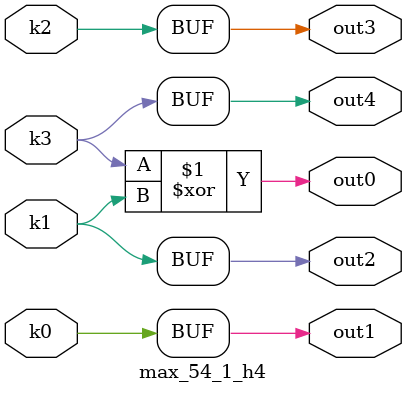
<source format=v>
module max_54_1(pi0, pi1, pi2, pi3, pi4, pi5, pi6, pi7, po0, po1, po2, po3, po4);
input pi0, pi1, pi2, pi3, pi4, pi5, pi6, pi7;
output po0, po1, po2, po3, po4;
wire k0, k1, k2, k3;
max_54_1_w4 DUT1 (pi0, pi1, pi2, pi3, pi4, pi5, pi6, pi7, k0, k1, k2, k3);
max_54_1_h4 DUT2 (k0, k1, k2, k3, po0, po1, po2, po3, po4);
endmodule

module max_54_1_w4(in7, in6, in5, in4, in3, in2, in1, in0, k3, k2, k1, k0);
input in7, in6, in5, in4, in3, in2, in1, in0;
output k3, k2, k1, k0;
assign k0 =   in0 ? ~in6 : ~in3;
assign k1 =   ~in0 & in4;
assign k2 =   in7 & in0;
assign k3 =   (((~in7 & (in4 | in1)) | (in4 & in1)) & (~in5 | in2) & (~in6 | in3)) | (~in6 & in3 & (~in5 | in2)) | (~in5 & in2);
endmodule

module max_54_1_h4(k3, k2, k1, k0, out4, out3, out2, out1, out0);
input k3, k2, k1, k0;
output out4, out3, out2, out1, out0;
assign out0 = k3 ^ k1;
assign out1 = k0;
assign out2 = k1;
assign out3 = k2;
assign out4 = k3;
endmodule

</source>
